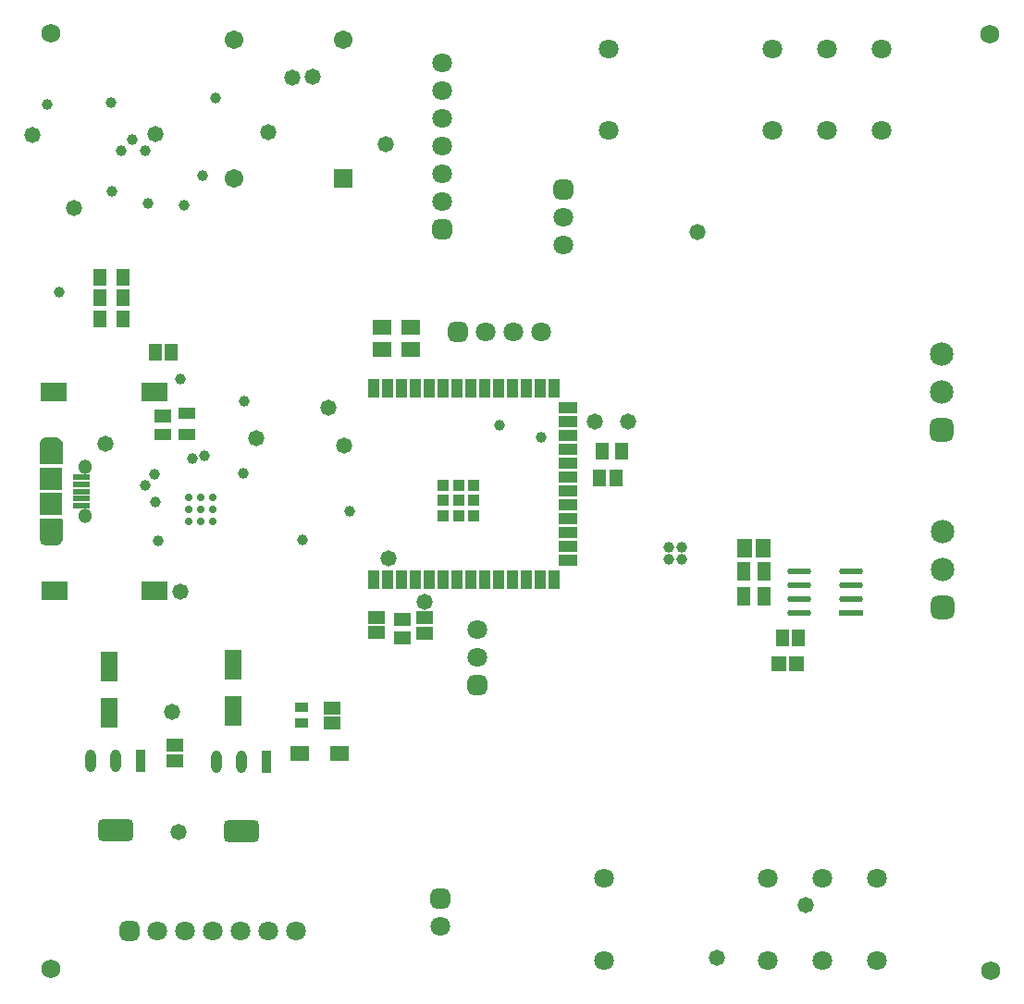
<source format=gts>
G04*
G04 #@! TF.GenerationSoftware,Altium Limited,Altium Designer,24.10.1 (45)*
G04*
G04 Layer_Color=8388736*
%FSLAX44Y44*%
%MOMM*%
G71*
G04*
G04 #@! TF.SameCoordinates,9B87C798-A5EC-4888-A0B9-4BDBECF7F39D*
G04*
G04*
G04 #@! TF.FilePolarity,Negative*
G04*
G01*
G75*
%ADD20R,1.3781X1.4562*%
G04:AMPARAMS|DCode=30|XSize=2.1741mm|YSize=0.5821mm|CornerRadius=0.2911mm|HoleSize=0mm|Usage=FLASHONLY|Rotation=180.000|XOffset=0mm|YOffset=0mm|HoleType=Round|Shape=RoundedRectangle|*
%AMROUNDEDRECTD30*
21,1,2.1741,0.0000,0,0,180.0*
21,1,1.5919,0.5821,0,0,180.0*
1,1,0.5821,-0.7960,0.0000*
1,1,0.5821,0.7960,0.0000*
1,1,0.5821,0.7960,0.0000*
1,1,0.5821,-0.7960,0.0000*
%
%ADD30ROUNDEDRECTD30*%
%ADD31R,2.1741X0.5821*%
%ADD33R,1.6000X2.8000*%
%ADD36R,0.9621X2.0542*%
G04:AMPARAMS|DCode=37|XSize=2.0542mm|YSize=0.9621mm|CornerRadius=0.4811mm|HoleSize=0mm|Usage=FLASHONLY|Rotation=270.000|XOffset=0mm|YOffset=0mm|HoleType=Round|Shape=RoundedRectangle|*
%AMROUNDEDRECTD37*
21,1,2.0542,0.0000,0,0,270.0*
21,1,1.0920,0.9621,0,0,270.0*
1,1,0.9621,0.0000,-0.5460*
1,1,0.9621,0.0000,0.5460*
1,1,0.9621,0.0000,0.5460*
1,1,0.9621,0.0000,-0.5460*
%
%ADD37ROUNDEDRECTD37*%
G04:AMPARAMS|DCode=38|XSize=2.0542mm|YSize=3.2621mm|CornerRadius=0.4827mm|HoleSize=0mm|Usage=FLASHONLY|Rotation=270.000|XOffset=0mm|YOffset=0mm|HoleType=Round|Shape=RoundedRectangle|*
%AMROUNDEDRECTD38*
21,1,2.0542,2.2967,0,0,270.0*
21,1,1.0887,3.2621,0,0,270.0*
1,1,0.9655,-1.1483,-0.5444*
1,1,0.9655,-1.1483,0.5444*
1,1,0.9655,1.1483,0.5444*
1,1,0.9655,1.1483,-0.5444*
%
%ADD38ROUNDEDRECTD38*%
%ADD43R,1.2621X0.9578*%
%ADD46R,1.2532X1.6532*%
%ADD47R,1.8032X1.4032*%
%ADD48R,1.5532X1.3032*%
%ADD49R,1.1032X1.7032*%
%ADD50R,1.7032X1.1032*%
%ADD51R,1.1032X1.1032*%
%ADD52R,1.3032X1.5532*%
%ADD53R,1.6032X1.1032*%
%ADD54R,1.6032X1.3032*%
%ADD55R,1.4532X1.6532*%
%ADD56R,1.3032X1.5032*%
%ADD57R,1.6032X1.3032*%
%ADD58R,1.6532X1.4032*%
%ADD59R,2.4032X1.8032*%
%ADD60R,2.3832X1.8032*%
%ADD61R,1.1532X1.5532*%
%ADD62R,1.3032X1.6032*%
%ADD63R,2.1032X2.0032*%
%ADD64R,1.5532X0.6032*%
%ADD65C,1.7112*%
%ADD66R,1.7112X1.7112*%
%ADD67C,1.8032*%
G04:AMPARAMS|DCode=68|XSize=1.8032mm|YSize=1.8032mm|CornerRadius=0.5016mm|HoleSize=0mm|Usage=FLASHONLY|Rotation=270.000|XOffset=0mm|YOffset=0mm|HoleType=Round|Shape=RoundedRectangle|*
%AMROUNDEDRECTD68*
21,1,1.8032,0.8000,0,0,270.0*
21,1,0.8000,1.8032,0,0,270.0*
1,1,1.0032,-0.4000,-0.4000*
1,1,1.0032,-0.4000,0.4000*
1,1,1.0032,0.4000,0.4000*
1,1,1.0032,0.4000,-0.4000*
%
%ADD68ROUNDEDRECTD68*%
%ADD69C,1.8034*%
G04:AMPARAMS|DCode=70|XSize=1.8032mm|YSize=1.8032mm|CornerRadius=0.5016mm|HoleSize=0mm|Usage=FLASHONLY|Rotation=0.000|XOffset=0mm|YOffset=0mm|HoleType=Round|Shape=RoundedRectangle|*
%AMROUNDEDRECTD70*
21,1,1.8032,0.8000,0,0,0.0*
21,1,0.8000,1.8032,0,0,0.0*
1,1,1.0032,0.4000,-0.4000*
1,1,1.0032,-0.4000,-0.4000*
1,1,1.0032,-0.4000,0.4000*
1,1,1.0032,0.4000,0.4000*
%
%ADD70ROUNDEDRECTD70*%
%ADD71O,1.2532X1.3532*%
%ADD72O,1.5032X0.9532*%
%ADD73C,2.1532*%
G04:AMPARAMS|DCode=74|XSize=2.1532mm|YSize=2.1532mm|CornerRadius=0.5891mm|HoleSize=0mm|Usage=FLASHONLY|Rotation=90.000|XOffset=0mm|YOffset=0mm|HoleType=Round|Shape=RoundedRectangle|*
%AMROUNDEDRECTD74*
21,1,2.1532,0.9750,0,0,90.0*
21,1,0.9750,2.1532,0,0,90.0*
1,1,1.1782,0.4875,0.4875*
1,1,1.1782,0.4875,-0.4875*
1,1,1.1782,-0.4875,-0.4875*
1,1,1.1782,-0.4875,0.4875*
%
%ADD74ROUNDEDRECTD74*%
%ADD75C,1.7272*%
%ADD76C,1.4732*%
%ADD77C,1.0032*%
%ADD78C,0.7032*%
G36*
X41157Y445489D02*
X41287Y445463D01*
X41413Y445420D01*
X41533Y445361D01*
X41644Y445287D01*
X41744Y445199D01*
X41831Y445099D01*
X41905Y444989D01*
X41964Y444869D01*
X42007Y444743D01*
X42033Y444612D01*
X42042Y444479D01*
Y427979D01*
Y426786D01*
X42033Y426653D01*
X42007Y426522D01*
X41964Y426396D01*
X41051Y424191D01*
X40992Y424072D01*
X40918Y423961D01*
X40830Y423861D01*
X39143Y422173D01*
X39142Y422173D01*
X39089Y422126D01*
X39042Y422085D01*
X38968Y422036D01*
X38932Y422011D01*
X38871Y421981D01*
X38812Y421952D01*
X38812Y421952D01*
X36607Y421039D01*
X36481Y420996D01*
X36350Y420970D01*
X36217Y420961D01*
X26830D01*
X26830D01*
D01*
X26697Y420970D01*
X26567Y420996D01*
X26440Y421039D01*
X24235Y421952D01*
X24116Y422011D01*
X24005Y422085D01*
X23905Y422173D01*
X23905Y422173D01*
X22217Y423861D01*
X22217Y423861D01*
X22170Y423914D01*
X22129Y423961D01*
X22080Y424035D01*
X22055Y424072D01*
X22025Y424132D01*
X21997Y424191D01*
X21996Y424191D01*
X21083Y426396D01*
X21040Y426522D01*
X21014Y426653D01*
X21005Y426786D01*
Y427979D01*
Y444479D01*
X21014Y444612D01*
X21040Y444743D01*
X21083Y444869D01*
X21142Y444989D01*
X21216Y445099D01*
X21304Y445199D01*
X21404Y445287D01*
X21515Y445361D01*
X21634Y445420D01*
X21760Y445463D01*
X21891Y445489D01*
X22024Y445498D01*
X41024D01*
X41157Y445489D01*
D02*
G37*
G36*
X36350Y519989D02*
X36481Y519963D01*
X36523Y519948D01*
X36607Y519920D01*
X36607Y519920D01*
X38812Y519007D01*
X38812Y519007D01*
X38932Y518948D01*
X39042Y518874D01*
X39142Y518786D01*
X39143Y518786D01*
X40830Y517098D01*
X40918Y516998D01*
X40992Y516887D01*
X41051Y516768D01*
X41964Y514562D01*
X42007Y514436D01*
X42033Y514306D01*
X42042Y514173D01*
Y512979D01*
Y496479D01*
X42033Y496347D01*
X42007Y496216D01*
X41964Y496090D01*
X41905Y495970D01*
X41831Y495859D01*
X41744Y495759D01*
X41644Y495672D01*
X41533Y495598D01*
X41413Y495539D01*
X41287Y495496D01*
X41157Y495470D01*
X41024Y495461D01*
X22024D01*
X21891Y495470D01*
X21760Y495496D01*
X21634Y495539D01*
X21515Y495598D01*
X21404Y495672D01*
X21304Y495759D01*
X21216Y495859D01*
X21142Y495970D01*
X21083Y496090D01*
X21040Y496216D01*
X21014Y496347D01*
X21005Y496479D01*
Y512979D01*
Y514173D01*
X21014Y514306D01*
X21040Y514436D01*
X21083Y514562D01*
X21996Y516768D01*
X21997Y516768D01*
X22025Y516827D01*
X22055Y516887D01*
X22080Y516924D01*
X22129Y516998D01*
X22170Y517045D01*
X22217Y517098D01*
X22217Y517098D01*
X23905Y518786D01*
X24005Y518874D01*
X24116Y518948D01*
X24235Y519007D01*
X26441Y519920D01*
X26567Y519963D01*
X26697Y519989D01*
X26830Y519998D01*
X36217D01*
D01*
X36217D01*
X36350Y519989D01*
D02*
G37*
D20*
X713508Y312659D02*
D03*
X697738D02*
D03*
D30*
X715855Y358891D02*
D03*
Y371591D02*
D03*
Y384291D02*
D03*
Y396991D02*
D03*
X763176D02*
D03*
Y384291D02*
D03*
Y371591D02*
D03*
D31*
Y358891D02*
D03*
D33*
X84710Y310414D02*
D03*
Y267415D02*
D03*
X198234Y312118D02*
D03*
Y269118D02*
D03*
D36*
X228452Y223180D02*
D03*
X113352Y223459D02*
D03*
D37*
X205452Y223180D02*
D03*
X182452D02*
D03*
X90352Y223459D02*
D03*
X67352D02*
D03*
D38*
X205452Y159680D02*
D03*
X90352Y159959D02*
D03*
D43*
X260799Y258192D02*
D03*
Y272735D02*
D03*
D46*
X683665Y397321D02*
D03*
X665165D02*
D03*
X684248Y374331D02*
D03*
X665748D02*
D03*
D47*
X295161Y230646D02*
D03*
X259161D02*
D03*
D48*
X329628Y355336D02*
D03*
Y341336D02*
D03*
X373655Y354819D02*
D03*
Y340819D02*
D03*
X288355Y272095D02*
D03*
Y258095D02*
D03*
X144315Y237942D02*
D03*
Y223942D02*
D03*
D49*
X327097Y564607D02*
D03*
X339797D02*
D03*
X352497D02*
D03*
X365197D02*
D03*
X377897D02*
D03*
X390597D02*
D03*
X403297D02*
D03*
X415997D02*
D03*
X428697D02*
D03*
X441397D02*
D03*
X454097D02*
D03*
X466797D02*
D03*
X479497D02*
D03*
X492197D02*
D03*
Y389606D02*
D03*
X479497D02*
D03*
X466797D02*
D03*
X454097D02*
D03*
X441397D02*
D03*
X428697D02*
D03*
X415997D02*
D03*
X403297D02*
D03*
X390597D02*
D03*
X377897D02*
D03*
X365197D02*
D03*
X352497D02*
D03*
X339797D02*
D03*
X327097D02*
D03*
D50*
X504697Y546957D02*
D03*
Y534257D02*
D03*
Y521557D02*
D03*
Y508857D02*
D03*
Y496157D02*
D03*
Y483457D02*
D03*
Y470757D02*
D03*
Y458057D02*
D03*
Y445357D02*
D03*
Y432657D02*
D03*
Y419957D02*
D03*
Y407257D02*
D03*
D51*
X390297Y476106D02*
D03*
Y462106D02*
D03*
Y448106D02*
D03*
X418297Y476106D02*
D03*
Y462106D02*
D03*
Y448106D02*
D03*
X404297Y476106D02*
D03*
Y448106D02*
D03*
Y462106D02*
D03*
D52*
X140903Y597763D02*
D03*
X126903D02*
D03*
X715180Y336732D02*
D03*
X701180D02*
D03*
D53*
X155923Y541833D02*
D03*
Y522832D02*
D03*
X133923D02*
D03*
D54*
Y539833D02*
D03*
D55*
X682991Y418283D02*
D03*
X666490D02*
D03*
D56*
X97393Y666814D02*
D03*
X76393D02*
D03*
X97393Y647486D02*
D03*
X76393D02*
D03*
X97243Y628308D02*
D03*
X76243D02*
D03*
D57*
X352724Y336035D02*
D03*
Y353535D02*
D03*
D58*
X334014Y600396D02*
D03*
Y620396D02*
D03*
X360189Y600379D02*
D03*
Y620379D02*
D03*
D59*
X34405Y379249D02*
D03*
X34012Y561274D02*
D03*
D60*
X126306Y379249D02*
D03*
X125911Y561274D02*
D03*
D61*
X533191Y483203D02*
D03*
X548691D02*
D03*
D62*
X553216Y507564D02*
D03*
X535716D02*
D03*
D63*
X31524Y458979D02*
D03*
Y481979D02*
D03*
D64*
X59524Y483479D02*
D03*
Y457479D02*
D03*
Y476979D02*
D03*
Y470480D02*
D03*
Y463979D02*
D03*
D65*
X199084Y884499D02*
D03*
X299084D02*
D03*
X199084Y757498D02*
D03*
D66*
X299084D02*
D03*
D67*
X387967Y72111D02*
D03*
X429516Y616248D02*
D03*
X454916D02*
D03*
X480316D02*
D03*
X421675Y344204D02*
D03*
Y318804D02*
D03*
X389222Y862915D02*
D03*
Y837515D02*
D03*
Y786715D02*
D03*
Y735915D02*
D03*
Y761315D02*
D03*
Y812115D02*
D03*
X499996Y721784D02*
D03*
Y696384D02*
D03*
X255576Y68293D02*
D03*
X230176D02*
D03*
X179376D02*
D03*
X128576D02*
D03*
X153976D02*
D03*
X204776D02*
D03*
D68*
X387967Y97511D02*
D03*
X421675Y293404D02*
D03*
X389222Y710515D02*
D03*
X499996Y747184D02*
D03*
D69*
X537428Y40779D02*
D03*
X687428D02*
D03*
X737428D02*
D03*
X787428D02*
D03*
Y115778D02*
D03*
X737428D02*
D03*
X687428D02*
D03*
X537428D02*
D03*
X541859Y800750D02*
D03*
X691858D02*
D03*
X741859D02*
D03*
X791859D02*
D03*
Y875750D02*
D03*
X741859D02*
D03*
X691858D02*
D03*
X541859D02*
D03*
D70*
X404116Y616248D02*
D03*
X103176Y68293D02*
D03*
D71*
X62724Y492729D02*
D03*
Y448229D02*
D03*
D72*
X31524Y512230D02*
D03*
Y428729D02*
D03*
D73*
X847714Y434079D02*
D03*
Y399079D02*
D03*
X846768Y596467D02*
D03*
Y561467D02*
D03*
D74*
X847714Y364079D02*
D03*
X846768Y526467D02*
D03*
D75*
X31026Y890192D02*
D03*
X890392Y889500D02*
D03*
X891369Y31570D02*
D03*
X31609Y33036D02*
D03*
D76*
X270651Y850007D02*
D03*
X252223Y849568D02*
D03*
X148248Y158348D02*
D03*
X142130Y268876D02*
D03*
X52239Y729990D02*
D03*
X285235Y547000D02*
D03*
X229887Y799333D02*
D03*
X80879Y513775D02*
D03*
X14321Y796496D02*
D03*
X219339Y519134D02*
D03*
X340085Y409499D02*
D03*
X299943Y512089D02*
D03*
X126597Y797368D02*
D03*
X150111Y378687D02*
D03*
X373473Y369455D02*
D03*
X559409Y534015D02*
D03*
X528790Y534153D02*
D03*
X623392Y707586D02*
D03*
X337677Y788230D02*
D03*
X722306Y91764D02*
D03*
X641082Y43507D02*
D03*
D77*
X171803Y502744D02*
D03*
X161140Y500681D02*
D03*
X181652Y830651D02*
D03*
X28222Y824687D02*
D03*
X95377Y782083D02*
D03*
X117715Y782242D02*
D03*
X170124Y759886D02*
D03*
X153502Y732406D02*
D03*
X120114Y733886D02*
D03*
X608682Y408309D02*
D03*
X596630Y408372D02*
D03*
X608682Y419362D02*
D03*
X596505Y419675D02*
D03*
X105528Y793074D02*
D03*
X206998Y486654D02*
D03*
X208242Y552749D02*
D03*
X149536Y573147D02*
D03*
X86716Y745604D02*
D03*
X479707Y519945D02*
D03*
X441926Y531184D02*
D03*
X304628Y452651D02*
D03*
X117468Y476023D02*
D03*
X86152Y826475D02*
D03*
X38745Y653374D02*
D03*
X126402Y486398D02*
D03*
X127122Y460427D02*
D03*
X129099Y425374D02*
D03*
X261476Y425922D02*
D03*
D78*
X179274Y443207D02*
D03*
Y454207D02*
D03*
Y465207D02*
D03*
X168274Y443207D02*
D03*
Y454207D02*
D03*
Y465207D02*
D03*
X157274Y443207D02*
D03*
Y454207D02*
D03*
Y465207D02*
D03*
M02*

</source>
